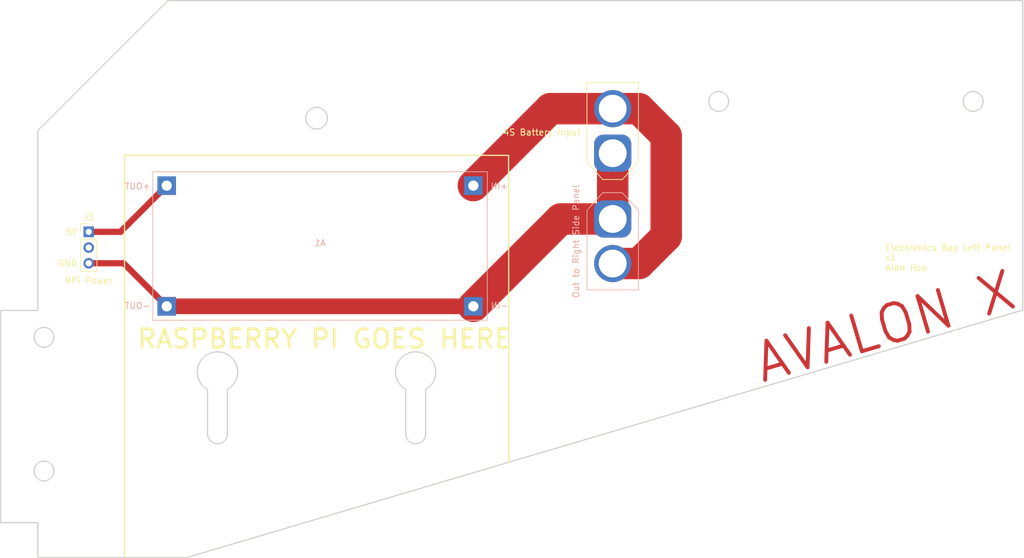
<source format=kicad_pcb>
(kicad_pcb (version 20221018) (generator pcbnew)
  (layers (0 "F.Cu" signal) (31 "B.Cu" signal) (34 "B.Paste" user) (35 "F.Paste" user) (36 "B.SilkS" user "B.Silkscreen") (37 "F.SilkS" user "F.Silkscreen") (38 "B.Mask" user) (39 "F.Mask" user) (44 "Edge.Cuts" user))
  (net 0 "")
  (net 1 "+BATT")
  (net 2 "GND")
  (net 3 "Net-(A1-VOUT)")
  (footprint "Connector_PinHeader_2.54mm:PinHeader_1x03_P2.54mm_Vertical" (layer "F.Cu") (at 62.738 125.476)
    (fp_text reference "J3" (at 0 -2.33) (layer "F.SilkS"))
    (fp_text value "RPi Power" (at 0 7.874) (layer "F.SilkS"))
    (fp_line (start -1.33 -1.33) (end 0 -1.33) (stroke (width 0.12)) (layer "F.SilkS"))
    (fp_line (start -1.33 0) (end -1.33 -1.33) (stroke (width 0.12)) (layer "F.SilkS"))
    (fp_line (start -1.33 1.27) (end -1.33 6.41) (stroke (width 0.12)) (layer "F.SilkS"))
    (fp_line (start -1.33 1.27) (end 1.33 1.27) (stroke (width 0.12)) (layer "F.SilkS"))
    (fp_line (start -1.33 6.41) (end 1.33 6.41) (stroke (width 0.12)) (layer "F.SilkS"))
    (fp_line (start 1.33 1.27) (end 1.33 6.41) (stroke (width 0.12)) (layer "F.SilkS"))
    (pad "1" thru_hole rect (at 0 0) (size 1.7 1.7) (drill 1) (layers "*.Cu" "*.Mask") (net 3 "Net-(A1-VOUT)"))
    (pad "2" thru_hole oval (at 0 2.54) (size 1.7 1.7) (drill 1) (layers "*.Cu" "*.Mask"))
    (pad "3" thru_hole oval (at 0 5.08) (size 1.7 1.7) (drill 1) (layers "*.Cu" "*.Mask") (net 2 "GND"))
  )
  (footprint "Connector_AMASS:AMASS_XT60-M_1x02_P7.20mm_Vertical" (layer "F.Cu") (at 147.32 112.776 90)
    (fp_text reference "J1" hide)
    (fp_text value "XT60")
    (fp_line (start -4.25 -1.6) (end -4.25 1.55) (stroke (width 0.12)) (layer "F.SilkS"))
    (fp_line (start -4.25 1.55) (end -1.4 4.15) (stroke (width 0.12)) (layer "F.SilkS"))
    (fp_line (start -1.4 -4.15) (end -4.25 -1.6) (stroke (width 0.12)) (layer "F.SilkS"))
    (fp_line (start -1.4 4.15) (end 11.45 4.15) (stroke (width 0.12)) (layer "F.SilkS"))
    (fp_line (start 11.45 -4.15) (end -1.4 -4.15) (stroke (width 0.12)) (layer "F.SilkS"))
    (fp_line (start 11.45 4.15) (end 11.45 -4.15) (stroke (width 0.12)) (layer "F.SilkS"))
    (pad "1" thru_hole roundrect (at 0 0 90) (size 6 6) (drill 4.5) (layers "*.Cu" "*.Mask") (net 2 "GND"))
    (pad "2" thru_hole circle (at 7.2 0 90) (size 6 6) (drill 4.5) (layers "*.Cu" "*.Mask") (net 1 "+BATT"))
  )
  (footprint "left-side:Buck" (layer "B.Cu") (at 100.076 127.762 180)
    (fp_text reference "A1" (at 0 0.5 unlocked) (layer "B.SilkS") (effects (justify mirror)))
    (fp_text value "Buck")
    (fp_text user "-IN" (at -28.956 -9.652 unlocked) (layer "B.SilkS") (effects (justify mirror)))
    (fp_text user "-OUT" (at 29.464 -9.652 unlocked) (layer "B.SilkS") (effects (justify mirror)))
    (fp_text user "+IN" (at -28.956 9.652 unlocked) (layer "B.SilkS") (effects (justify mirror)))
    (fp_text user "+OUT" (at 29.464 9.652 unlocked) (layer "B.SilkS") (effects (justify mirror)))
    (fp_rect (start -27 12) (end 27 -12) (stroke (width 0.12)) (fill none) (layer "B.SilkS"))
    (pad "1" thru_hole rect (at -24.75 9.75 180) (size 3 3) (drill 1.65) (layers "*.Cu" "*.Mask") (net 1 "+BATT"))
    (pad "2" thru_hole rect (at -24.75 -9.75 180) (size 3 3) (drill 1.65) (layers "*.Cu" "*.Mask") (net 2 "GND"))
    (pad "3" thru_hole rect (at 24.75 -9.75 180) (size 3 3) (drill 1.65) (layers "*.Cu" "*.Mask") (net 2 "GND"))
    (pad "4" thru_hole rect (at 24.75 9.75 180) (size 3 3) (drill 1.65) (layers "*.Cu" "*.Mask") (net 3 "Net-(A1-VOUT)"))
  )
  (footprint "Connector_AMASS:AMASS_XT60-F_1x02_P7.20mm_Vertical" (layer "B.Cu") (at 147.32 123.4 -90)
    (fp_text reference "J2" hide)
    (fp_text value "XT60")
    (fp_line (start -4.25 -1.55) (end -1.4 -4.15) (stroke (width 0.12)) (layer "B.SilkS"))
    (fp_line (start -4.25 1.6) (end -4.25 -1.55) (stroke (width 0.12)) (layer "B.SilkS"))
    (fp_line (start -1.4 -4.15) (end 11.45 -4.15) (stroke (width 0.12)) (layer "B.SilkS"))
    (fp_line (start -1.4 4.15) (end -4.25 1.6) (stroke (width 0.12)) (layer "B.SilkS"))
    (fp_line (start 11.45 -4.15) (end 11.45 4.15) (stroke (width 0.12)) (layer "B.SilkS"))
    (fp_line (start 11.45 4.15) (end -1.4 4.15) (stroke (width 0.12)) (layer "B.SilkS"))
    (pad "1" thru_hole roundrect (at 0 0 270) (size 6 6) (drill 4.5) (layers "*.Cu" "*.Mask") (net 2 "GND"))
    (pad "2" thru_hole circle (at 7.2 0 270) (size 6 6) (drill 4.5) (layers "*.Cu" "*.Mask") (net 1 "+BATT"))
  )
  (gr_line (start 68.514 113.119146) (end 130.514 113.119146) (stroke (width 0.2)) (layer "F.SilkS"))
  (gr_line (start 130.514 113.119146) (end 130.556 162.814) (stroke (width 0.2)) (layer "F.SilkS"))
  (gr_line (start 68.514 178.054) (end 68.514 113.119146) (stroke (width 0.2)) (layer "F.SilkS"))
  (gr_line (start 48.514 138.176) (end 48.514 172.462292) (stroke (width 0.2)) (layer "Edge.Cuts"))
  (gr_line (start 54.514 172.462292) (end 54.514 178.119146) (stroke (width 0.2)) (layer "Edge.Cuts"))
  (gr_line (start 75.514 88.119146) (end 54.514 109.119146) (stroke (width 0.2)) (layer "Edge.Cuts"))
  (gr_circle (center 164.438628 104.407873) (end 166.038628 104.407873) (stroke (width 0.2)) (fill none) (layer "Edge.Cuts"))
  (gr_arc (start 81.914 150.948015) (mid 83.514 144.869146) (end 85.114 150.948015) (stroke (width 0.2)) (layer "Edge.Cuts"))
  (gr_arc (start 117.114 158.119146) (mid 115.514 159.719146) (end 113.914 158.119146) (stroke (width 0.2)) (layer "Edge.Cuts"))
  (gr_line (start 213.514 88.119146) (end 75.514 88.119146) (stroke (width 0.2)) (layer "Edge.Cuts"))
  (gr_circle (center 99.514 107.119146) (end 101.264 107.119146) (stroke (width 0.2)) (fill none) (layer "Edge.Cuts"))
  (gr_line (start 48.514 172.462292) (end 54.514 172.462292) (stroke (width 0.2)) (layer "Edge.Cuts"))
  (gr_line (start 113.914 150.948015) (end 113.914 158.119146) (stroke (width 0.2)) (layer "Edge.Cuts"))
  (gr_arc (start 113.914 150.948015) (mid 115.514 144.869146) (end 117.114 150.948015) (stroke (width 0.2)) (layer "Edge.Cuts"))
  (gr_line (start 213.514 138.119146) (end 213.514 88.119146) (stroke (width 0.2)) (layer "Edge.Cuts"))
  (gr_line (start 54.514 178.119146) (end 78.514 178.119146) (stroke (width 0.2)) (layer "Edge.Cuts"))
  (gr_line (start 85.114 158.119146) (end 85.114 150.948015) (stroke (width 0.2)) (layer "Edge.Cuts"))
  (gr_circle (center 55.514 164.119146) (end 57.114 164.119146) (stroke (width 0.2)) (fill none) (layer "Edge.Cuts"))
  (gr_line (start 117.114 158.119146) (end 117.114 150.948015) (stroke (width 0.2)) (layer "Edge.Cuts"))
  (gr_line (start 78.514 178.119146) (end 213.514 138.119146) (stroke (width 0.2)) (layer "Edge.Cuts"))
  (gr_circle (center 55.514 142.519146) (end 57.114 142.519146) (stroke (width 0.2)) (fill none) (layer "Edge.Cuts"))
  (gr_arc (start 85.114 158.119146) (mid 83.514 159.719146) (end 81.914 158.119146) (stroke (width 0.2)) (layer "Edge.Cuts"))
  (gr_line (start 54.514 109.119146) (end 54.514 138.176) (stroke (width 0.2)) (layer "Edge.Cuts"))
  (gr_line (start 81.914 150.948015) (end 81.914 158.119146) (stroke (width 0.2)) (layer "Edge.Cuts"))
  (gr_circle (center 205.514 104.407873) (end 207.114 104.407873) (stroke (width 0.2)) (fill none) (layer "Edge.Cuts"))
  (gr_line (start 54.514 138.176) (end 48.514 138.176) (stroke (width 0.2)) (layer "Edge.Cuts"))
  (gr_text "AVALON X" (at 213.36 137.922 16.5) (layer "F.Cu") (effects (font (size 6 6) (thickness 0.625)) (justify right bottom)))
  (gr_text "Out to Right Side Panel" (at 141.986 127 90) (layer "B.SilkS") (effects (font (size 1 1)) (justify bottom)))
  (gr_text "GND" (at 60.96 130.556) (layer "F.SilkS") (effects (font (size 1 1)) (justify right)))
  (gr_text "5V" (at 60.96 125.476) (layer "F.SilkS") (effects (font (size 1 1)) (justify right)))
  (gr_text "4S Battery Input" (at 142.24 109.982) (layer "F.SilkS") (effects (font (size 1 1)) (justify right bottom)))
  (gr_text "RASPBERRY PI GOES HERE" (at 70.358 144.526) (layer "F.SilkS") (effects (font (size 3 3) (thickness 0.45)) (justify left bottom)))
  (gr_text "Electronics Bay Left Panel\nv1\nAlan Hsu" (at 191.262 131.826) (layer "F.SilkS") (effects (font (size 1 1)) (justify left bottom)))
  (segment (start 147.32 105.576) (end 137.262 105.576) (width 5.08) (layer "F.Cu") (net 1))
  (segment (start 147.32 130.6) (end 151.56264 130.6) (width 5.08) (layer "F.Cu") (net 1))
  (segment (start 137.262 105.576) (end 124.826 118.012) (width 5.08) (layer "F.Cu") (net 1))
  (segment (start 151.56264 105.576) (end 147.32 105.576) (width 5.08) (layer "F.Cu") (net 1))
  (segment (start 155.956 109.96936) (end 151.56264 105.576) (width 5.08) (layer "F.Cu") (net 1))
  (segment (start 151.56264 130.6) (end 155.956 126.20664) (width 5.08) (layer "F.Cu") (net 1))
  (segment (start 155.956 126.20664) (end 155.956 109.96936) (width 5.08) (layer "F.Cu") (net 1))
  (segment (start 138.938 123.4) (end 124.826 137.512) (width 5.08) (layer "F.Cu") (net 2))
  (segment (start 124.826 137.512) (end 75.326 137.512) (width 2.54) (layer "F.Cu") (net 2))
  (segment (start 68.37 130.556) (end 75.326 137.512) (width 1.016) (layer "F.Cu") (net 2))
  (segment (start 62.738 130.556) (end 68.37 130.556) (width 1.016) (layer "F.Cu") (net 2))
  (segment (start 147.32 112.776) (end 147.32 123.4) (width 5.08) (layer "F.Cu") (net 2))
  (segment (start 147.32 123.4) (end 138.938 123.4) (width 5.08) (layer "F.Cu") (net 2))
  (segment (start 67.862 125.476) (end 62.738 125.476) (width 1.016) (layer "F.Cu") (net 3))
  (segment (start 75.326 118.012) (end 67.862 125.476) (width 1.016) (layer "F.Cu") (net 3))
)
</source>
